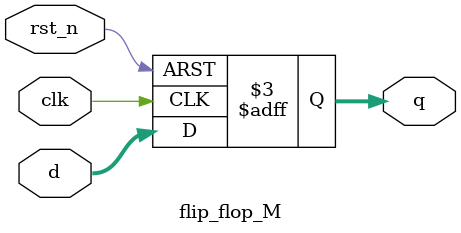
<source format=v>
module flip_flop_M(clk ,rst_n ,d,q);

///---inputs--////
input clk,rst_n;
input [15:0]  d;

///---outputs---///
output reg [15:0] q;


always @(posedge clk or negedge rst_n)
 begin 
	if(!rst_n)
		q<=0;
	else 
		q<=d;
 
 end 
 
 endmodule 
 
</source>
